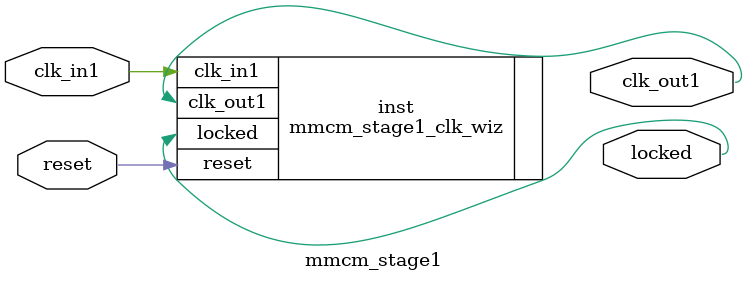
<source format=v>


`timescale 1ps/1ps

(* CORE_GENERATION_INFO = "mmcm_stage1,clk_wiz_v6_0_15_0_0,{component_name=mmcm_stage1,use_phase_alignment=true,use_min_o_jitter=false,use_max_i_jitter=false,use_dyn_phase_shift=false,use_inclk_switchover=false,use_dyn_reconfig=false,enable_axi=0,feedback_source=FDBK_AUTO,PRIMITIVE=MMCM,num_out_clk=1,clkin1_period=8.000,clkin2_period=10.000,use_power_down=false,use_reset=true,use_locked=true,use_inclk_stopped=false,feedback_type=SINGLE,CLOCK_MGR_TYPE=NA,manual_override=false}" *)

module mmcm_stage1 
 (
  // Clock out ports
  output        clk_out1,
  // Status and control signals
  input         reset,
  output        locked,
 // Clock in ports
  input         clk_in1
 );

  mmcm_stage1_clk_wiz inst
  (
  // Clock out ports  
  .clk_out1(clk_out1),
  // Status and control signals               
  .reset(reset), 
  .locked(locked),
 // Clock in ports
  .clk_in1(clk_in1)
  );

endmodule

</source>
